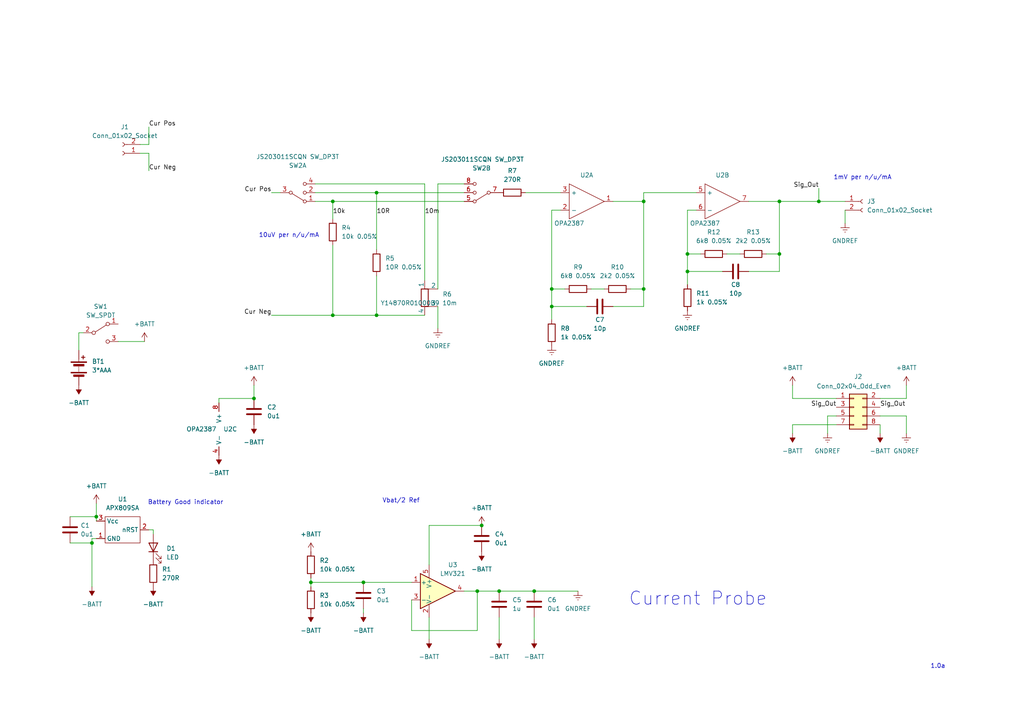
<source format=kicad_sch>
(kicad_sch (version 20230819) (generator eeschema)
  (paper "A4")
  (lib_symbols
    (symbol "Amplifier_Operational:LMV321" (pin_names (offset 0.127))
      (property "Reference" "U" (at 0 5.08 0))
      (property "Value" "LMV321" (at 0 -5.08 0))
      (symbol "LMV321_0_1"
        (polyline (pts (xy -5.08 5.08) (xy 5.08 0) (xy -5.08 -5.08) (xy -5.08 5.08)) (stroke (width 0.254)) (fill (type background)))
        (pin power_in line (at -2.54 -7.62 90) (length 3.81) (name "V-") (number "2"))
        (pin power_in line (at -2.54 7.62 270) (length 3.81) (name "V+") (number "5"))
      )
      (symbol "LMV321_1_1"
        (pin input line (at -7.62 2.54 0) (length 2.54) (name "+") (number "1"))
        (pin input line (at -7.62 -2.54 0) (length 2.54) (name "-") (number "3"))
        (pin output line (at 7.62 0 180) (length 2.54) (name "~") (number "4"))
      )
    )
    (symbol "Connector:Conn_01x02_Socket" (pin_names (offset 1.016) hide)
      (property "Reference" "J" (at 0 2.54 0))
      (property "Value" "Conn_01x02_Socket" (at 0 -5.08 0))
      (symbol "Conn_01x02_Socket_1_1"
        (arc (start 0 -2.032) (mid -0.5058 -2.54) (end 0 -3.048) (stroke (width 0.1524)))
        (polyline (pts (xy -1.27 -2.54) (xy -0.508 -2.54)) (stroke (width 0.1524)))
        (polyline (pts (xy -1.27 0) (xy -0.508 0)) (stroke (width 0.1524)))
        (arc (start 0 0.508) (mid -0.5058 0) (end 0 -0.508) (stroke (width 0.1524)))
        (pin passive line (at -5.08 0 0) (length 3.81) (name "Pin_1") (number "1"))
        (pin passive line (at -5.08 -2.54 0) (length 3.81) (name "Pin_2") (number "2"))
      )
    )
    (symbol "Connector_Generic:Conn_02x04_Odd_Even" (pin_names (offset 1.016) hide)
      (property "Reference" "J" (at 1.27 5.08 0))
      (property "Value" "Conn_02x04_Odd_Even" (at 1.27 -7.62 0))
      (symbol "Conn_02x04_Odd_Even_1_1"
        (rectangle (start -1.27 -4.953) (end 0 -5.207) (stroke (width 0.1524)))
        (rectangle (start -1.27 -2.413) (end 0 -2.667) (stroke (width 0.1524)))
        (rectangle (start -1.27 0.127) (end 0 -0.127) (stroke (width 0.1524)))
        (rectangle (start -1.27 2.667) (end 0 2.413) (stroke (width 0.1524)))
        (rectangle (start -1.27 3.81) (end 3.81 -6.35) (stroke (width 0.254)) (fill (type background)))
        (rectangle (start 3.81 -4.953) (end 2.54 -5.207) (stroke (width 0.1524)))
        (rectangle (start 3.81 -2.413) (end 2.54 -2.667) (stroke (width 0.1524)))
        (rectangle (start 3.81 0.127) (end 2.54 -0.127) (stroke (width 0.1524)))
        (rectangle (start 3.81 2.667) (end 2.54 2.413) (stroke (width 0.1524)))
        (pin passive line (at -5.08 2.54 0) (length 3.81) (name "Pin_1") (number "1"))
        (pin passive line (at 7.62 2.54 180) (length 3.81) (name "Pin_2") (number "2"))
        (pin passive line (at -5.08 0 0) (length 3.81) (name "Pin_3") (number "3"))
        (pin passive line (at 7.62 0 180) (length 3.81) (name "Pin_4") (number "4"))
        (pin passive line (at -5.08 -2.54 0) (length 3.81) (name "Pin_5") (number "5"))
        (pin passive line (at 7.62 -2.54 180) (length 3.81) (name "Pin_6") (number "6"))
        (pin passive line (at -5.08 -5.08 0) (length 3.81) (name "Pin_7") (number "7"))
        (pin passive line (at 7.62 -5.08 180) (length 3.81) (name "Pin_8") (number "8"))
      )
    )
    (symbol "Device:Battery" (pin_numbers hide) (pin_names (offset 0) hide)
      (property "Reference" "BT" (at 2.54 2.54 0))
      (property "Value" "Battery" (at 2.54 0 0))
      (symbol "Battery_0_1"
        (rectangle (start -2.286 -1.27) (end 2.286 -1.524) (fill (type outline)))
        (rectangle (start -2.286 1.778) (end 2.286 1.524) (fill (type outline)))
        (rectangle (start -1.524 -2.032) (end 1.524 -2.54) (fill (type outline)))
        (rectangle (start -1.524 1.016) (end 1.524 0.508) (fill (type outline)))
        (polyline (pts (xy 0 -1.016) (xy 0 -0.762)))
        (polyline (pts (xy 0 -0.508) (xy 0 -0.254)))
        (polyline (pts (xy 0 0) (xy 0 0.254)))
        (polyline (pts (xy 0 1.778) (xy 0 2.54)))
        (polyline (pts (xy 0.762 3.048) (xy 1.778 3.048)) (stroke (width 0.254)))
        (polyline (pts (xy 1.27 3.556) (xy 1.27 2.54)) (stroke (width 0.254)))
      )
      (symbol "Battery_1_1"
        (pin passive line (at 0 5.08 270) (length 2.54) (name "+") (number "1"))
        (pin passive line (at 0 -5.08 90) (length 2.54) (name "-") (number "2"))
      )
    )
    (symbol "Device:C" (pin_numbers hide) (pin_names (offset 0.254))
      (property "Reference" "C" (at 0.635 2.54 0))
      (property "Value" "C" (at 0.635 -2.54 0))
      (symbol "C_0_1"
        (polyline (pts (xy -2.032 -0.762) (xy 2.032 -0.762)) (stroke (width 0.508)))
        (polyline (pts (xy -2.032 0.762) (xy 2.032 0.762)) (stroke (width 0.508)))
      )
      (symbol "C_1_1"
        (pin passive line (at 0 3.81 270) (length 2.794) (name "~") (number "1"))
        (pin passive line (at 0 -3.81 90) (length 2.794) (name "~") (number "2"))
      )
    )
    (symbol "Device:LED" (pin_numbers hide) (pin_names (offset 1.016) hide)
      (property "Reference" "D" (at 0 2.54 0))
      (property "Value" "LED" (at 0 -2.54 0))
      (symbol "LED_0_1"
        (polyline (pts (xy -1.27 -1.27) (xy -1.27 1.27)) (stroke (width 0.254)))
        (polyline (pts (xy -1.27 0) (xy 1.27 0)))
        (polyline (pts (xy 1.27 -1.27) (xy 1.27 1.27) (xy -1.27 0) (xy 1.27 -1.27)) (stroke (width 0.254)))
        (polyline (pts (xy -3.048 -0.762) (xy -4.572 -2.286) (xy -3.81 -2.286) (xy -4.572 -2.286) (xy -4.572 -1.524)))
        (polyline (pts (xy -1.778 -0.762) (xy -3.302 -2.286) (xy -2.54 -2.286) (xy -3.302 -2.286) (xy -3.302 -1.524)))
      )
      (symbol "LED_1_1"
        (pin passive line (at -3.81 0 0) (length 2.54) (name "K") (number "1"))
        (pin passive line (at 3.81 0 180) (length 2.54) (name "A") (number "2"))
      )
    )
    (symbol "Device:R" (pin_numbers hide) (pin_names (offset 0))
      (property "Reference" "R" (at 2.032 0 90))
      (property "Value" "R" (at 0 0 90))
      (symbol "R_0_1"
        (rectangle (start -1.016 -2.54) (end 1.016 2.54) (stroke (width 0.254)))
      )
      (symbol "R_1_1"
        (pin passive line (at 0 3.81 270) (length 1.27) (name "~") (number "1"))
        (pin passive line (at 0 -3.81 90) (length 1.27) (name "~") (number "2"))
      )
    )
    (symbol "Device:R_Shunt" (pin_numbers hide) (pin_names (offset 0))
      (property "Reference" "R" (at -4.445 0 90))
      (property "Value" "R_Shunt" (at -2.54 0 90))
      (symbol "R_Shunt_0_1"
        (rectangle (start -1.016 -2.54) (end 1.016 2.54) (stroke (width 0.254)))
        (polyline (pts (xy 0 -2.54) (xy 1.27 -2.54)))
        (polyline (pts (xy 1.27 2.54) (xy 0 2.54)))
      )
      (symbol "R_Shunt_1_1"
        (pin passive line (at 0 5.08 270) (length 2.54) (name "1") (number "1"))
        (pin passive line (at 3.81 2.54 180) (length 2.54) (name "2") (number "2"))
        (pin passive line (at 3.81 -2.54 180) (length 2.54) (name "3") (number "3"))
        (pin passive line (at 0 -5.08 90) (length 2.54) (name "4") (number "4"))
      )
    )
    (symbol "Switch:SW_DP3T" (pin_names (offset 0) hide)
      (property "Reference" "SW" (at 0 5.08 0))
      (property "Value" "SW_DP3T" (at 0 -5.08 0))
      (symbol "SW_DP3T_0_1"
        (circle (center -2.032 0) (radius 0.4572))
        (polyline (pts (xy -1.651 0.254) (xy 1.651 2.286)))
        (circle (center 2.032 -2.54) (radius 0.4572))
        (circle (center 2.032 0) (radius 0.4572))
        (circle (center 2.032 2.54) (radius 0.4572))
      )
      (symbol "SW_DP3T_1_1"
        (pin passive line (at 5.08 2.54 180) (length 2.54) (name "1") (number "1"))
        (pin passive line (at 5.08 0 180) (length 2.54) (name "2") (number "2"))
        (pin passive line (at -5.08 0 0) (length 2.54) (name "3") (number "3"))
        (pin passive line (at 5.08 -2.54 180) (length 2.54) (name "4") (number "4"))
      )
      (symbol "SW_DP3T_2_1"
        (pin passive line (at 5.08 2.54 180) (length 2.54) (name "5") (number "5"))
        (pin passive line (at 5.08 0 180) (length 2.54) (name "6") (number "6"))
        (pin passive line (at -5.08 0 0) (length 2.54) (name "7") (number "7"))
        (pin passive line (at 5.08 -2.54 180) (length 2.54) (name "8") (number "8"))
      )
    )
    (symbol "Switch:SW_SPDT" (pin_names (offset 0) hide)
      (property "Reference" "SW" (at 0 4.318 0))
      (property "Value" "SW_SPDT" (at 0 -5.08 0))
      (symbol "SW_SPDT_0_0"
        (circle (center -2.032 0) (radius 0.508))
        (circle (center 2.032 -2.54) (radius 0.508))
      )
      (symbol "SW_SPDT_0_1"
        (polyline (pts (xy -1.524 0.254) (xy 1.651 2.286)))
        (circle (center 2.032 2.54) (radius 0.508))
      )
      (symbol "SW_SPDT_1_1"
        (pin passive line (at 5.08 2.54 180) (length 2.54) (name "A") (number "1"))
        (pin passive line (at -5.08 0 0) (length 2.54) (name "B") (number "2"))
        (pin passive line (at 5.08 -2.54 180) (length 2.54) (name "C") (number "3"))
      )
    )
    (symbol "kicad_global_library:APX809SA"
      (property "Reference" "U" (at 0 8.128 0))
      (property "Value" "APX809SA" (at 0 0 0))
      (symbol "APX809SA_0_1"
        (rectangle (start 0 5.08) (end 10.16 -2.54))
      )
      (symbol "APX809SA_1_1"
        (pin power_in line (at -2.54 -1.27 0) (length 2.54) (name "GND") (number "1"))
        (pin output line (at 12.7 1.27 180) (length 2.54) (name "nRST") (number "2"))
        (pin power_in line (at -2.54 3.81 0) (length 2.54) (name "Vcc") (number "3"))
      )
    )
    (symbol "kicad_global_library:OPA2387"
      (property "Reference" "U" (at -3.81 7.62 0))
      (property "Value" "OPA2387" (at 0 0 0))
      (symbol "OPA2387_1_1"
        (polyline (pts (xy 0 5.08) (xy 0 -5.08) (xy 10.16 0) (xy 0 5.08)))
        (pin output line (at 12.7 0 180) (length 2.54) (name "") (number "1"))
        (pin input line (at -2.54 -2.54 0) (length 2.54) (name "-") (number "2"))
        (pin input line (at -2.54 2.54 0) (length 2.54) (name "+") (number "3"))
      )
      (symbol "OPA2387_2_1"
        (polyline (pts (xy 0 5.08) (xy 0 -5.08) (xy 10.16 0) (xy 0 5.08)))
        (pin input line (at -2.54 2.54 0) (length 2.54) (name "+") (number "5"))
        (pin input line (at -2.54 -2.54 0) (length 2.54) (name "-") (number "6"))
        (pin output line (at 12.7 0 180) (length 2.54) (name "") (number "7"))
      )
      (symbol "OPA2387_3_1"
        (pin power_in line (at 0 -7.62 90) (length 2.54) (name "V-") (number "4"))
        (pin power_in line (at 0 7.62 270) (length 2.54) (name "V+") (number "8"))
      )
    )
    (symbol "power:+BATT" (power) (pin_names (offset 0))
      (property "Value" "+BATT" (at 0 3.556 0))
      (symbol "+BATT_0_1"
        (polyline (pts (xy -0.762 1.27) (xy 0 2.54)))
        (polyline (pts (xy 0 0) (xy 0 2.54)))
        (polyline (pts (xy 0 2.54) (xy 0.762 1.27)))
      )
      (symbol "+BATT_1_1"
        (pin power_in line (at 0 0 90) (length 0) hide (name "+BATT") (number "1"))
      )
    )
    (symbol "power:-BATT" (power) (pin_names (offset 0))
      (property "Value" "-BATT" (at 0 3.556 0))
      (symbol "-BATT_0_1"
        (polyline (pts (xy 0 0) (xy 0 2.54)))
        (polyline (pts (xy 0.762 1.27) (xy -0.762 1.27) (xy 0 2.54) (xy 0.762 1.27)) (fill (type outline)))
      )
      (symbol "-BATT_1_1"
        (pin power_in line (at 0 0 90) (length 0) hide (name "-BATT") (number "1"))
      )
    )
    (symbol "power:GNDREF" (power) (pin_names (offset 0))
      (property "Value" "GNDREF" (at 0 -3.81 0))
      (symbol "GNDREF_0_1"
        (polyline (pts (xy -0.635 -1.905) (xy 0.635 -1.905)))
        (polyline (pts (xy -0.127 -2.54) (xy 0.127 -2.54)))
        (polyline (pts (xy 0 -1.27) (xy 0 0)))
        (polyline (pts (xy 1.27 -1.27) (xy -1.27 -1.27)))
      )
      (symbol "GNDREF_1_1"
        (pin power_in line (at 0 0 270) (length 0) hide (name "GNDREF") (number "1"))
      )
    )
  )
  (junction (at 26.67 157.48))
  (junction (at 96.52 58.42))
  (junction (at 96.52 91.44))
  (junction (at 109.22 91.44))
  (junction (at 73.66 115.57))
  (junction (at 27.94 149.86))
  (junction (at 186.69 83.82))
  (junction (at 90.17 168.91))
  (junction (at 109.22 55.88))
  (junction (at 138.43 171.45))
  (junction (at 154.94 171.45))
  (junction (at 226.06 73.66))
  (junction (at 160.02 83.82))
  (junction (at 199.39 73.66))
  (junction (at 105.41 168.91))
  (junction (at 186.69 58.42))
  (junction (at 139.7 152.4))
  (junction (at 199.39 78.74))
  (junction (at 160.02 88.9))
  (junction (at 144.78 171.45))
  (junction (at 237.49 58.42))
  (junction (at 226.06 58.42))
  (wire (pts (xy 127 53.34) (xy 134.62 53.34)))
  (wire (pts (xy 199.39 78.74) (xy 209.55 78.74)))
  (wire (pts (xy 90.17 168.91) (xy 105.41 168.91)))
  (wire (pts (xy 96.52 91.44) (xy 109.22 91.44)))
  (wire (pts (xy 34.29 99.06) (xy 41.91 99.06)))
  (wire (pts (xy 237.49 54.61) (xy 237.49 58.42)))
  (wire (pts (xy 160.02 88.9) (xy 160.02 83.82)))
  (wire (pts (xy 24.13 96.52) (xy 22.86 96.52)))
  (wire (pts (xy 163.83 83.82) (xy 160.02 83.82)))
  (wire (pts (xy 160.02 88.9) (xy 160.02 92.71)))
  (wire (pts (xy 186.69 58.42) (xy 177.8 58.42)))
  (wire (pts (xy 144.78 179.07) (xy 144.78 185.42)))
  (wire (pts (xy 20.32 149.86) (xy 27.94 149.86)))
  (wire (pts (xy 226.06 78.74) (xy 226.06 73.66)))
  (wire (pts (xy 123.19 53.34) (xy 123.19 81.28)))
  (wire (pts (xy 90.17 168.91) (xy 90.17 170.18)))
  (wire (pts (xy 182.88 83.82) (xy 186.69 83.82)))
  (wire (pts (xy 27.94 146.05) (xy 27.94 149.86)))
  (wire (pts (xy 203.2 73.66) (xy 199.39 73.66)))
  (wire (pts (xy 217.17 58.42) (xy 226.06 58.42)))
  (wire (pts (xy 245.11 64.77) (xy 245.11 60.96)))
  (wire (pts (xy 160.02 88.9) (xy 170.18 88.9)))
  (wire (pts (xy 201.93 60.96) (xy 199.39 60.96)))
  (wire (pts (xy 138.43 182.88) (xy 138.43 171.45)))
  (wire (pts (xy 105.41 177.8) (xy 105.41 176.53)))
  (wire (pts (xy 262.89 120.65) (xy 255.27 120.65)))
  (wire (pts (xy 160.02 60.96) (xy 162.56 60.96)))
  (wire (pts (xy 109.22 80.01) (xy 109.22 91.44)))
  (wire (pts (xy 229.87 111.76) (xy 229.87 115.57)))
  (wire (pts (xy 63.5 115.57) (xy 73.66 115.57)))
  (wire (pts (xy 43.18 49.53) (xy 43.18 44.45)))
  (wire (pts (xy 242.57 115.57) (xy 229.87 115.57)))
  (wire (pts (xy 43.18 153.67) (xy 44.45 153.67)))
  (wire (pts (xy 26.67 157.48) (xy 26.67 156.21)))
  (wire (pts (xy 119.38 182.88) (xy 138.43 182.88)))
  (wire (pts (xy 78.74 55.88) (xy 81.28 55.88)))
  (wire (pts (xy 26.67 156.21) (xy 27.94 156.21)))
  (wire (pts (xy 255.27 125.73) (xy 255.27 123.19)))
  (wire (pts (xy 109.22 55.88) (xy 134.62 55.88)))
  (wire (pts (xy 109.22 55.88) (xy 109.22 72.39)))
  (wire (pts (xy 177.8 88.9) (xy 186.69 88.9)))
  (wire (pts (xy 40.64 41.91) (xy 43.18 41.91)))
  (wire (pts (xy 22.86 96.52) (xy 22.86 101.6)))
  (wire (pts (xy 124.46 152.4) (xy 139.7 152.4)))
  (wire (pts (xy 154.94 179.07) (xy 154.94 185.42)))
  (wire (pts (xy 144.78 171.45) (xy 154.94 171.45)))
  (wire (pts (xy 199.39 60.96) (xy 199.39 73.66)))
  (wire (pts (xy 44.45 153.67) (xy 44.45 154.94)))
  (wire (pts (xy 43.18 41.91) (xy 43.18 36.83)))
  (wire (pts (xy 160.02 60.96) (xy 160.02 83.82)))
  (wire (pts (xy 109.22 91.44) (xy 123.19 91.44)))
  (wire (pts (xy 96.52 58.42) (xy 134.62 58.42)))
  (wire (pts (xy 124.46 152.4) (xy 124.46 163.83)))
  (wire (pts (xy 186.69 55.88) (xy 186.69 58.42)))
  (wire (pts (xy 226.06 73.66) (xy 226.06 58.42)))
  (wire (pts (xy 91.44 55.88) (xy 109.22 55.88)))
  (wire (pts (xy 119.38 173.99) (xy 119.38 182.88)))
  (wire (pts (xy 96.52 58.42) (xy 96.52 63.5)))
  (wire (pts (xy 222.25 73.66) (xy 226.06 73.66)))
  (wire (pts (xy 186.69 58.42) (xy 186.69 83.82)))
  (wire (pts (xy 186.69 55.88) (xy 201.93 55.88)))
  (wire (pts (xy 43.18 44.45) (xy 40.64 44.45)))
  (wire (pts (xy 27.94 149.86) (xy 27.94 151.13)))
  (wire (pts (xy 124.46 179.07) (xy 124.46 185.42)))
  (wire (pts (xy 262.89 115.57) (xy 255.27 115.57)))
  (wire (pts (xy 262.89 111.76) (xy 262.89 115.57)))
  (wire (pts (xy 138.43 171.45) (xy 134.62 171.45)))
  (wire (pts (xy 96.52 71.12) (xy 96.52 91.44)))
  (wire (pts (xy 226.06 58.42) (xy 237.49 58.42)))
  (wire (pts (xy 229.87 125.73) (xy 229.87 123.19)))
  (wire (pts (xy 63.5 115.57) (xy 63.5 116.84)))
  (wire (pts (xy 96.52 58.42) (xy 91.44 58.42)))
  (wire (pts (xy 26.67 170.18) (xy 26.67 157.48)))
  (wire (pts (xy 152.4 55.88) (xy 162.56 55.88)))
  (wire (pts (xy 138.43 171.45) (xy 144.78 171.45)))
  (wire (pts (xy 240.03 125.73) (xy 240.03 120.65)))
  (wire (pts (xy 262.89 125.73) (xy 262.89 120.65)))
  (wire (pts (xy 73.66 111.76) (xy 73.66 115.57)))
  (wire (pts (xy 105.41 168.91) (xy 119.38 168.91)))
  (wire (pts (xy 127 83.82) (xy 127 53.34)))
  (wire (pts (xy 154.94 171.45) (xy 167.64 171.45)))
  (wire (pts (xy 127 88.9) (xy 127 95.25)))
  (wire (pts (xy 20.32 157.48) (xy 26.67 157.48)))
  (wire (pts (xy 240.03 120.65) (xy 242.57 120.65)))
  (wire (pts (xy 210.82 73.66) (xy 214.63 73.66)))
  (wire (pts (xy 229.87 123.19) (xy 242.57 123.19)))
  (wire (pts (xy 90.17 167.64) (xy 90.17 168.91)))
  (wire (pts (xy 199.39 78.74) (xy 199.39 82.55)))
  (wire (pts (xy 199.39 73.66) (xy 199.39 78.74)))
  (wire (pts (xy 91.44 53.34) (xy 123.19 53.34)))
  (wire (pts (xy 78.74 91.44) (xy 96.52 91.44)))
  (wire (pts (xy 186.69 88.9) (xy 186.69 83.82)))
  (wire (pts (xy 171.45 83.82) (xy 175.26 83.82)))
  (wire (pts (xy 217.17 78.74) (xy 226.06 78.74)))
  (wire (pts (xy 237.49 58.42) (xy 245.11 58.42)))
  (text "Battery Good indicator" (at 53.848 145.796 0) (effects (font (size 1.27 1.27))))
  (text "Vbat/2 Ref" (at 116.332 145.288 0) (effects (font (size 1.27 1.27))))
  (text "10uV per n/u/mA" (at 83.82 68.326 0) (effects (font (size 1.27 1.27))))
  (text "Current Probe" (at 202.438 173.736 0) (effects (font (size 3.81 3.81))))
  (text "1mV per n/u/mA" (at 250.19 51.562 0) (effects (font (size 1.27 1.27))))
  (text "1.0a" (at 272.034 193.294 0) (effects (font (size 1.27 1.27))))
  (label "Cur Pos" (at 78.74 55.88 180))
  (label "Sig_Out" (at 242.57 118.11 180))
  (label "Cur Neg" (at 43.18 49.53 0))
  (label "10k" (at 96.52 62.23 0))
  (label "10m" (at 123.19 62.23 0))
  (label "Sig_Out" (at 237.49 54.61 180))
  (label "Cur Pos" (at 43.18 36.83 0))
  (label "Cur Neg" (at 78.74 91.44 180))
  (label "Sig_Out" (at 255.27 118.11 0))
  (label "10R" (at 109.22 62.23 0))
  (symbol (lib_id "kicad_global_library:APX809SA") (at 30.48 154.94 0) (unit 1)
    (property "Reference" "U1" (at 35.56 144.78 0))
    (property "Value" "APX809SA" (at 35.56 147.32 0))
    (property "Footprint" "Package_TO_SOT_SMD:SOT-23" (effects hide))
  )
  (symbol (lib_id "Device:C") (at 154.94 175.26 0) (unit 1)
    (property "Reference" "C6" (at 158.75 173.9899 0) (effects (justify left)))
    (property "Value" "0u1" (at 158.75 176.5299 0) (effects (justify left)))
    (property "Footprint" "Capacitor_SMD:C_0603_1608Metric_Pad1.08x0.95mm_HandSolder" (effects hide))
    (property "Description" "Unpolarized capacitor" (effects hide))
  )
  (symbol (lib_id "power:GNDREF") (at 240.03 125.73 0) (unit 1)
    (property "Reference" "#PWR023" (effects hide))
    (property "Value" "GNDREF" (at 240.03 130.81 0))
    (property "Description" "Power symbol creates a global label with name \"GNDREF\" , reference supply ground" (effects hide))
  )
  (symbol (lib_id "power:GNDREF") (at 160.02 100.33 0) (unit 1)
    (property "Reference" "#PWR018" (effects hide))
    (property "Value" "GNDREF" (at 160.02 105.41 0))
    (property "Description" "Power symbol creates a global label with name \"GNDREF\" , reference supply ground" (effects hide))
  )
  (symbol (lib_id "Connector:Conn_01x02_Socket") (at 250.19 58.42 0) (unit 1)
    (property "Reference" "J3" (at 251.46 58.4199 0) (effects (justify left)))
    (property "Value" "Conn_01x02_Socket" (at 251.46 60.9599 0) (effects (justify left)))
    (property "Footprint" "kicad global library:Dual M6 Banana" (effects hide))
    (property "Description" "Generic connector, single row, 01x02, script generated" (effects hide))
  )
  (symbol (lib_id "Device:C") (at 144.78 175.26 0) (unit 1)
    (property "Reference" "C5" (at 148.59 173.9899 0) (effects (justify left)))
    (property "Value" "1u" (at 148.59 176.5299 0) (effects (justify left)))
    (property "Footprint" "Capacitor_SMD:C_0603_1608Metric_Pad1.08x0.95mm_HandSolder" (effects hide))
    (property "Description" "Unpolarized capacitor" (effects hide))
  )
  (symbol (lib_id "power:+BATT") (at 262.89 111.76 0) (mirror y) (unit 1)
    (property "Reference" "#PWR026" (effects hide))
    (property "Value" "+BATT" (at 262.89 106.68 0))
    (property "Description" "Power symbol creates a global label with name \"+BATT\"" (effects hide))
  )
  (symbol (lib_id "power:GNDREF") (at 127 95.25 0) (unit 1)
    (property "Reference" "#PWR013" (effects hide))
    (property "Value" "GNDREF" (at 127 100.33 0))
    (property "Description" "Power symbol creates a global label with name \"GNDREF\" , reference supply ground" (effects hide))
  )
  (symbol (lib_id "power:-BATT") (at 144.78 185.42 180) (unit 1)
    (property "Reference" "#PWR016" (effects hide))
    (property "Value" "-BATT" (at 144.78 190.5 0))
    (property "Description" "Power symbol creates a global label with name \"-BATT\"" (effects hide))
  )
  (symbol (lib_id "Device:R") (at 90.17 173.99 0) (unit 1)
    (property "Reference" "R3" (at 92.71 172.7199 0) (effects (justify left)))
    (property "Value" "10k 0.05%" (at 92.71 175.2599 0) (effects (justify left)))
    (property "Footprint" "Resistor_SMD:R_1206_3216Metric" (effects hide))
    (property "Description" "Resistor" (effects hide))
  )
  (symbol (lib_id "Connector_Generic:Conn_02x04_Odd_Even") (at 247.65 118.11 0) (unit 1)
    (property "Reference" "J2" (at 248.92 109.22 0))
    (property "Value" "Conn_02x04_Odd_Even" (at 247.65 112.014 0))
    (property "Footprint" "Connector_PinHeader_1.27mm:PinHeader_2x04_P1.27mm_Vertical_SMD" (effects hide))
    (property "Description" "Generic connector, double row, 02x04, odd/even pin numbering scheme (row 1 odd numbers, row 2 even numbers), script generated (kicad-library-utils/schlib/autogen/connector/)" (effects hide))
  )
  (symbol (lib_id "Device:R") (at 96.52 67.31 0) (unit 1)
    (property "Reference" "R4" (at 99.06 66.0399 0) (effects (justify left)))
    (property "Value" "10k 0.05%" (at 99.06 68.5799 0) (effects (justify left)))
    (property "Footprint" "Resistor_SMD:R_1206_3216Metric" (effects hide))
    (property "Description" "Resistor" (effects hide))
  )
  (symbol (lib_id "power:-BATT") (at 154.94 185.42 180) (unit 1)
    (property "Reference" "#PWR017" (effects hide))
    (property "Value" "-BATT" (at 154.94 190.5 0))
    (property "Description" "Power symbol creates a global label with name \"-BATT\"" (effects hide))
  )
  (symbol (lib_id "power:-BATT") (at 105.41 177.8 180) (unit 1)
    (property "Reference" "#PWR011" (effects hide))
    (property "Value" "-BATT" (at 105.41 182.88 0))
    (property "Description" "Power symbol creates a global label with name \"-BATT\"" (effects hide))
  )
  (symbol (lib_id "Switch:SW_SPDT") (at 29.21 96.52 0) (unit 1)
    (property "Reference" "SW1" (at 29.21 88.9 0))
    (property "Value" "SW_SPDT" (at 29.21 91.44 0))
    (property "Footprint" "Button_Switch_THT:SW_Slide_1P2T_CK_OS102011MS2Q" (effects hide))
    (property "Description" "Switch, single pole double throw" (effects hide))
  )
  (symbol (lib_id "Device:C") (at 105.41 172.72 0) (unit 1)
    (property "Reference" "C3" (at 109.22 171.4499 0) (effects (justify left)))
    (property "Value" "0u1" (at 109.22 173.9899 0) (effects (justify left)))
    (property "Footprint" "Capacitor_SMD:C_0603_1608Metric_Pad1.08x0.95mm_HandSolder" (effects hide))
    (property "Description" "Unpolarized capacitor" (effects hide))
  )
  (symbol (lib_id "Device:C") (at 73.66 119.38 0) (unit 1)
    (property "Reference" "C2" (at 77.47 118.1099 0) (effects (justify left)))
    (property "Value" "0u1" (at 77.47 120.6499 0) (effects (justify left)))
    (property "Footprint" "Capacitor_SMD:C_0603_1608Metric_Pad1.08x0.95mm_HandSolder" (effects hide))
    (property "Description" "Unpolarized capacitor" (effects hide))
  )
  (symbol (lib_id "Amplifier_Operational:LMV321") (at 127 171.45 0) (unit 1)
    (property "Reference" "U3" (at 131.318 163.83 0))
    (property "Value" "LMV321" (at 131.318 166.37 0))
    (property "Footprint" "Package_TO_SOT_SMD:SOT-23-5" (effects hide))
    (property "Datasheet" "http://www.ti.com/lit/ds/symlink/lmv324.pdf" (effects hide))
    (property "Description" "Low-Voltage Rail-to-Rail Output Operational Amplifiers, SOT-23-5/SC-70-5" (effects hide))
  )
  (symbol (lib_id "power:+BATT") (at 73.66 111.76 0) (unit 1)
    (property "Reference" "#PWR07" (effects hide))
    (property "Value" "+BATT" (at 73.66 106.68 0))
    (property "Description" "Power symbol creates a global label with name \"+BATT\"" (effects hide))
  )
  (symbol (lib_id "power:-BATT") (at 26.67 170.18 180) (unit 1)
    (property "Reference" "#PWR02" (effects hide))
    (property "Value" "-BATT" (at 26.67 175.26 0))
    (property "Description" "Power symbol creates a global label with name \"-BATT\"" (effects hide))
  )
  (symbol (lib_id "power:GNDREF") (at 262.89 125.73 0) (mirror y) (unit 1)
    (property "Reference" "#PWR027" (effects hide))
    (property "Value" "GNDREF" (at 262.89 130.81 0))
    (property "Description" "Power symbol creates a global label with name \"GNDREF\" , reference supply ground" (effects hide))
  )
  (symbol (lib_id "power:-BATT") (at 73.66 123.19 180) (unit 1)
    (property "Reference" "#PWR08" (effects hide))
    (property "Value" "-BATT" (at 73.66 128.27 0))
    (property "Description" "Power symbol creates a global label with name \"-BATT\"" (effects hide))
  )
  (symbol (lib_id "power:-BATT") (at 229.87 125.73 0) (mirror x) (unit 1)
    (property "Reference" "#PWR022" (effects hide))
    (property "Value" "-BATT" (at 229.87 130.81 0))
    (property "Description" "Power symbol creates a global label with name \"-BATT\"" (effects hide))
  )
  (symbol (lib_id "Device:R") (at 148.59 55.88 270) (unit 1)
    (property "Reference" "R7" (at 148.59 49.53 90))
    (property "Value" "270R" (at 148.59 52.07 90))
    (property "Footprint" "Resistor_SMD:R_0603_1608Metric_Pad0.98x0.95mm_HandSolder" (effects hide))
    (property "Description" "Resistor" (effects hide))
  )
  (symbol (lib_id "Device:R") (at 44.45 166.37 0) (unit 1)
    (property "Reference" "R1" (at 46.99 165.0999 0) (effects (justify left)))
    (property "Value" "270R" (at 46.99 167.6399 0) (effects (justify left)))
    (property "Footprint" "Resistor_SMD:R_0603_1608Metric_Pad0.98x0.95mm_HandSolder" (effects hide))
    (property "Description" "Resistor" (effects hide))
  )
  (symbol (lib_id "power:-BATT") (at 22.86 111.76 180) (unit 1)
    (property "Reference" "#PWR01" (effects hide))
    (property "Value" "-BATT" (at 22.86 116.84 0))
    (property "Description" "Power symbol creates a global label with name \"-BATT\"" (effects hide))
  )
  (symbol (lib_id "Switch:SW_DP3T") (at 86.36 55.88 0) (mirror x) (unit 1)
    (property "Reference" "SW2" (at 86.36 48.006 0))
    (property "Value" "JS203011SCQN SW_DP3T" (at 86.36 45.466 0))
    (property "Footprint" "kicad global library:JS203011SCQN" (effects hide))
    (property "Description" "Switch, three position, dual pole triple throw, 3 position switch, SP3T" (effects hide))
  )
  (symbol (lib_id "power:GNDREF") (at 167.64 171.45 0) (unit 1)
    (property "Reference" "#PWR019" (effects hide))
    (property "Value" "GNDREF" (at 167.64 176.53 0))
    (property "Description" "Power symbol creates a global label with name \"GNDREF\" , reference supply ground" (effects hide))
  )
  (symbol (lib_id "Device:C") (at 139.7 156.21 0) (unit 1)
    (property "Reference" "C4" (at 143.51 154.9399 0) (effects (justify left)))
    (property "Value" "0u1" (at 143.51 157.4799 0) (effects (justify left)))
    (property "Footprint" "Capacitor_SMD:C_0603_1608Metric_Pad1.08x0.95mm_HandSolder" (effects hide))
    (property "Description" "Unpolarized capacitor" (effects hide))
  )
  (symbol (lib_id "kicad_global_library:OPA2387") (at 165.1 58.42 0) (unit 1)
    (property "Reference" "U2" (at 170.18 50.8 0))
    (property "Value" "OPA2387" (at 165.1 64.77 0))
    (property "Footprint" "Package_SO:VSSOP-8_3.0x3.0mm_P0.65mm" (effects hide))
    (property "Description" "Dual ultra-high-precision zero-drift low-input-bias-current operational amplifier" (effects hide))
  )
  (symbol (lib_id "power:+BATT") (at 41.91 99.06 0) (unit 1)
    (property "Reference" "#PWR04" (effects hide))
    (property "Value" "+BATT" (at 41.91 93.98 0))
    (property "Description" "Power symbol creates a global label with name \"+BATT\"" (effects hide))
  )
  (symbol (lib_id "power:GNDREF") (at 245.11 64.77 0) (unit 1)
    (property "Reference" "#PWR024" (effects hide))
    (property "Value" "GNDREF" (at 245.11 69.85 0))
    (property "Description" "Power symbol creates a global label with name \"GNDREF\" , reference supply ground" (effects hide))
  )
  (symbol (lib_id "Switch:SW_DP3T") (at 139.7 55.88 180) (unit 2)
    (property "Reference" "SW2" (at 139.7 48.768 0))
    (property "Value" "JS203011SCQN SW_DP3T" (at 139.954 46.228 0))
    (property "Footprint" "kicad global library:JS203011SCQN" (effects hide))
    (property "Description" "Switch, three position, dual pole triple throw, 3 position switch, SP3T" (effects hide))
  )
  (symbol (lib_id "Device:R") (at 90.17 163.83 0) (unit 1)
    (property "Reference" "R2" (at 92.71 162.5599 0) (effects (justify left)))
    (property "Value" "10k 0.05%" (at 92.71 165.0999 0) (effects (justify left)))
    (property "Footprint" "Resistor_SMD:R_1206_3216Metric" (effects hide))
    (property "Description" "Resistor" (effects hide))
  )
  (symbol (lib_id "Device:R") (at 218.44 73.66 90) (unit 1)
    (property "Reference" "R13" (at 218.44 67.31 90))
    (property "Value" "2k2 0.05%" (at 218.44 69.85 90))
    (property "Footprint" "Resistor_SMD:R_1206_3216Metric" (effects hide))
    (property "Description" "Resistor" (effects hide))
  )
  (symbol (lib_id "Device:R") (at 167.64 83.82 90) (unit 1)
    (property "Reference" "R9" (at 167.64 77.47 90))
    (property "Value" "6k8 0.05%" (at 167.64 80.01 90))
    (property "Footprint" "Resistor_SMD:R_1206_3216Metric" (effects hide))
    (property "Description" "Resistor" (effects hide))
  )
  (symbol (lib_id "Device:R_Shunt") (at 123.19 86.36 0) (unit 1)
    (property "Reference" "R6" (at 131.064 85.344 0) (effects (justify right)))
    (property "Value" "Y14870R01000B9 10m" (at 132.588 87.884 0) (effects (justify right)))
    (property "Footprint" "kicad global library:CSM2512S" (effects hide))
    (property "Description" "Shunt resistor" (effects hide))
  )
  (symbol (lib_id "Device:R") (at 207.01 73.66 90) (unit 1)
    (property "Reference" "R12" (at 207.01 67.31 90))
    (property "Value" "6k8 0.05%" (at 207.01 69.85 90))
    (property "Footprint" "Resistor_SMD:R_1206_3216Metric" (effects hide))
    (property "Description" "Resistor" (effects hide))
  )
  (symbol (lib_id "power:-BATT") (at 124.46 185.42 180) (unit 1)
    (property "Reference" "#PWR012" (effects hide))
    (property "Value" "-BATT" (at 124.46 190.5 0))
    (property "Description" "Power symbol creates a global label with name \"-BATT\"" (effects hide))
  )
  (symbol (lib_id "power:GNDREF") (at 199.39 90.17 0) (unit 1)
    (property "Reference" "#PWR020" (effects hide))
    (property "Value" "GNDREF" (at 199.39 95.25 0))
    (property "Description" "Power symbol creates a global label with name \"GNDREF\" , reference supply ground" (effects hide))
  )
  (symbol (lib_id "power:+BATT") (at 139.7 152.4 0) (unit 1)
    (property "Reference" "#PWR014" (effects hide))
    (property "Value" "+BATT" (at 139.7 147.32 0))
    (property "Description" "Power symbol creates a global label with name \"+BATT\"" (effects hide))
  )
  (symbol (lib_id "power:+BATT") (at 229.87 111.76 0) (mirror y) (unit 1)
    (property "Reference" "#PWR021" (effects hide))
    (property "Value" "+BATT" (at 229.87 106.68 0))
    (property "Description" "Power symbol creates a global label with name \"+BATT\"" (effects hide))
  )
  (symbol (lib_id "power:+BATT") (at 27.94 146.05 0) (unit 1)
    (property "Reference" "#PWR03" (effects hide))
    (property "Value" "+BATT" (at 27.94 140.97 0))
    (property "Description" "Power symbol creates a global label with name \"+BATT\"" (effects hide))
  )
  (symbol (lib_id "Device:LED") (at 44.45 158.75 90) (unit 1)
    (property "Reference" "D1" (at 48.26 159.0674 90) (effects (justify right)))
    (property "Value" "LED" (at 48.26 161.6074 90) (effects (justify right)))
    (property "Footprint" "LED_THT:LED_D3.0mm" (effects hide))
    (property "Description" "Light emitting diode" (effects hide))
  )
  (symbol (lib_id "Device:R") (at 109.22 76.2 0) (unit 1)
    (property "Reference" "R5" (at 111.76 74.9299 0) (effects (justify left)))
    (property "Value" "10R 0.05%" (at 111.76 77.4699 0) (effects (justify left)))
    (property "Footprint" "Resistor_SMD:R_1206_3216Metric" (effects hide))
    (property "Description" "Resistor" (effects hide))
  )
  (symbol (lib_id "Device:R") (at 160.02 96.52 0) (unit 1)
    (property "Reference" "R8" (at 162.56 95.2499 0) (effects (justify left)))
    (property "Value" "1k 0.05%" (at 162.56 97.7899 0) (effects (justify left)))
    (property "Footprint" "Resistor_SMD:R_1206_3216Metric" (effects hide))
    (property "Description" "Resistor" (effects hide))
  )
  (symbol (lib_id "Device:C") (at 213.36 78.74 90) (unit 1)
    (property "Reference" "C8" (at 213.36 82.55 90))
    (property "Value" "10p" (at 213.36 85.09 90))
    (property "Footprint" "Capacitor_SMD:C_0603_1608Metric_Pad1.08x0.95mm_HandSolder" (effects hide))
    (property "Description" "Unpolarized capacitor" (effects hide))
  )
  (symbol (lib_id "power:-BATT") (at 63.5 132.08 180) (unit 1)
    (property "Reference" "#PWR06" (effects hide))
    (property "Value" "-BATT" (at 63.5 137.16 0))
    (property "Description" "Power symbol creates a global label with name \"-BATT\"" (effects hide))
  )
  (symbol (lib_id "Connector:Conn_01x02_Socket") (at 35.56 44.45 180) (unit 1)
    (property "Reference" "J1" (at 36.195 36.83 0))
    (property "Value" "Conn_01x02_Socket" (at 36.195 39.37 0))
    (property "Footprint" "kicad global library:Dual M6 Banana" (effects hide))
    (property "Description" "Generic connector, single row, 01x02, script generated" (effects hide))
  )
  (symbol (lib_id "Device:C") (at 20.32 153.67 0) (unit 1)
    (property "Reference" "C1" (at 23.368 152.4 0) (effects (justify left)))
    (property "Value" "0u1" (at 23.368 154.94 0) (effects (justify left)))
    (property "Footprint" "Capacitor_SMD:C_0603_1608Metric_Pad1.08x0.95mm_HandSolder" (effects hide))
    (property "Description" "Unpolarized capacitor" (effects hide))
  )
  (symbol (lib_id "kicad_global_library:OPA2387") (at 204.47 58.42 0) (unit 2)
    (property "Reference" "U2" (at 209.55 50.8 0))
    (property "Value" "OPA2387" (at 204.47 64.77 0))
    (property "Footprint" "Package_SO:VSSOP-8_3.0x3.0mm_P0.65mm" (effects hide))
    (property "Description" "Dual ultra-high-precision zero-drift low-input-bias-current operational amplifier" (effects hide))
  )
  (symbol (lib_id "Device:R") (at 179.07 83.82 90) (unit 1)
    (property "Reference" "R10" (at 179.07 77.47 90))
    (property "Value" "2k2 0.05%" (at 179.07 80.01 90))
    (property "Footprint" "Resistor_SMD:R_1206_3216Metric" (effects hide))
    (property "Description" "Resistor" (effects hide))
  )
  (symbol (lib_id "Device:C") (at 173.99 88.9 90) (unit 1)
    (property "Reference" "C7" (at 173.99 92.71 90))
    (property "Value" "10p" (at 173.99 95.25 90))
    (property "Footprint" "Capacitor_SMD:C_0603_1608Metric_Pad1.08x0.95mm_HandSolder" (effects hide))
    (property "Description" "Unpolarized capacitor" (effects hide))
  )
  (symbol (lib_id "power:+BATT") (at 90.17 160.02 0) (unit 1)
    (property "Reference" "#PWR09" (effects hide))
    (property "Value" "+BATT" (at 90.17 154.94 0))
    (property "Description" "Power symbol creates a global label with name \"+BATT\"" (effects hide))
  )
  (symbol (lib_id "Device:R") (at 199.39 86.36 0) (unit 1)
    (property "Reference" "R11" (at 201.93 85.0899 0) (effects (justify left)))
    (property "Value" "1k 0.05%" (at 201.93 87.6299 0) (effects (justify left)))
    (property "Footprint" "Resistor_SMD:R_1206_3216Metric" (effects hide))
    (property "Description" "Resistor" (effects hide))
  )
  (symbol (lib_id "power:-BATT") (at 139.7 160.02 180) (unit 1)
    (property "Reference" "#PWR015" (effects hide))
    (property "Value" "-BATT" (at 139.7 165.1 0))
    (property "Description" "Power symbol creates a global label with name \"-BATT\"" (effects hide))
  )
  (symbol (lib_id "Device:Battery") (at 22.86 106.68 0) (unit 1)
    (property "Reference" "BT1" (at 26.67 104.8384 0) (effects (justify left)))
    (property "Value" "3*AAA" (at 26.67 107.3784 0) (effects (justify left)))
    (property "Footprint" "Connector_PinHeader_2.54mm:PinHeader_1x02_P2.54mm_Vertical" (effects hide))
    (property "Description" "Multiple-cell battery" (effects hide))
  )
  (symbol (lib_id "power:-BATT") (at 90.17 177.8 180) (unit 1)
    (property "Reference" "#PWR010" (effects hide))
    (property "Value" "-BATT" (at 90.17 182.88 0))
    (property "Description" "Power symbol creates a global label with name \"-BATT\"" (effects hide))
  )
  (symbol (lib_id "power:-BATT") (at 44.45 170.18 180) (unit 1)
    (property "Reference" "#PWR05" (effects hide))
    (property "Value" "-BATT" (at 44.45 175.26 0))
    (property "Description" "Power symbol creates a global label with name \"-BATT\"" (effects hide))
  )
  (symbol (lib_id "power:-BATT") (at 255.27 125.73 0) (mirror x) (unit 1)
    (property "Reference" "#PWR025" (effects hide))
    (property "Value" "-BATT" (at 255.27 130.81 0))
    (property "Description" "Power symbol creates a global label with name \"-BATT\"" (effects hide))
  )
  (symbol (lib_id "kicad_global_library:OPA2387") (at 63.5 124.46 0) (unit 3)
    (property "Reference" "U2" (at 64.77 124.4599 0) (effects (justify left)))
    (property "Value" "OPA2387" (at 58.42 124.46 0))
    (property "Footprint" "Package_SO:VSSOP-8_3.0x3.0mm_P0.65mm" (effects hide))
    (property "Description" "Dual ultra-high-precision zero-drift low-input-bias-current operational amplifier" (effects hide))
  )
)
</source>
